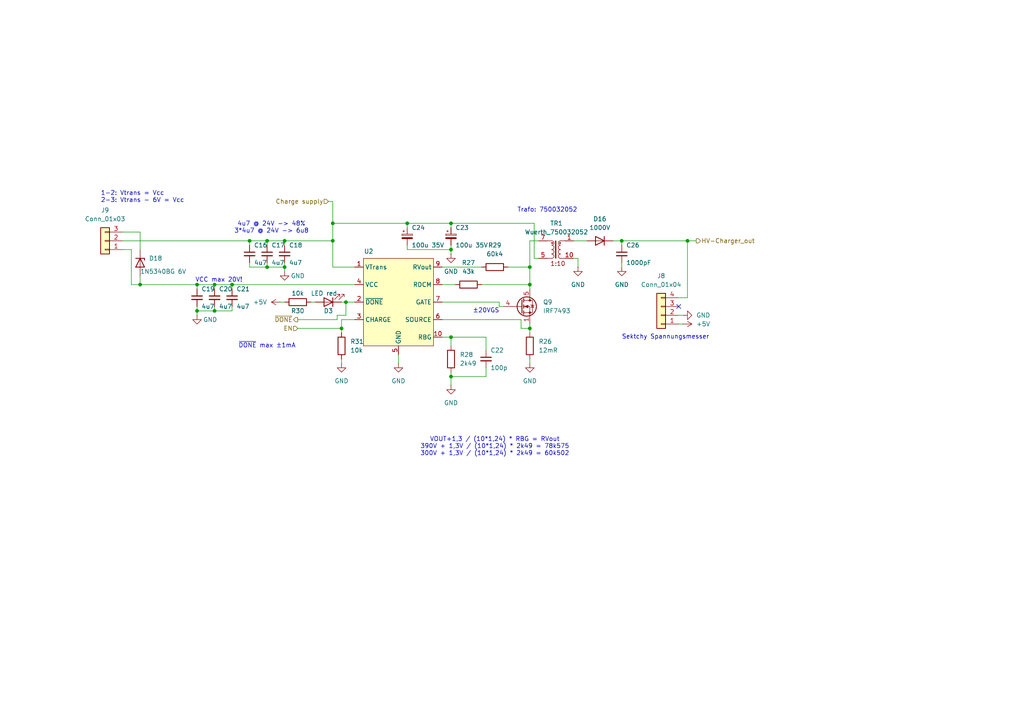
<source format=kicad_sch>
(kicad_sch (version 20250114) (generator "eeschema") (generator_version "9.0")
  (paper "A4")
  (lib_symbols
    (symbol "1_private_lib:LT3750A"
      (property "Reference" "U" (at -9.652 13.97 0))
      (symbol "LT3750A_1_1"
        (rectangle (start -10.16 12.7) (end 10.16 -12.7) (fill (type background)))
        (pin power_in line (at -12.7 10.16 0) (length 2.54) (name "VTrans") (number "1"))
        (pin power_in line (at -12.7 5.08 0) (length 2.54) (name "VCC") (number "4"))
        (pin passive line (at -12.7 0 0) (length 2.54) (name "~{DONE}") (number "2"))
        (pin input line (at -12.7 -5.08 0) (length 2.54) (name "CHARGE") (number "3"))
        (pin passive line (at 0 -15.24 90) (length 2.54) (name "GND") (number "5"))
        (pin passive line (at 12.7 10.16 180) (length 2.54) (name "RVout") (number "9"))
        (pin passive line (at 12.7 5.08 180) (length 2.54) (name "RDCM") (number "8"))
        (pin passive line (at 12.7 0 180) (length 2.54) (name "GATE") (number "7"))
        (pin passive line (at 12.7 -5.08 180) (length 2.54) (name "SOURCE") (number "6"))
        (pin passive line (at 12.7 -10.16 180) (length 2.54) (name "RBG") (number "10"))
      )
    )
    (symbol "1_private_lib:Wuerth_750032052"
      (property "Reference" "TR" (at 0 3.81 0))
      (property "Value" "Wuerth_750032052" (at 0 -11.43 0))
      (symbol "Wuerth_750032052_0_1"
        (polyline (pts (xy -2.54 2.54) (xy -1.27 2.54)))
        (polyline (pts (xy -2.54 -2.54) (xy -1.27 -2.54)))
        (arc (start -1.27 0) (mid -0.6377 -0.635) (end -1.27 -1.27))
        (arc (start -1.27 -1.27) (mid -0.6377 -1.905) (end -1.27 -2.54))
        (rectangle (start -0.254 2.54) (end 0 -2.54) (stroke (width 0.0254)) (fill (type outline)))
        (polyline (pts (xy 1.27 2.54) (xy 2.54 2.54)))
        (polyline (pts (xy 1.27 -2.54) (xy 2.54 -2.54)))
      )
      (symbol "Wuerth_750032052_1_1"
        (arc (start -1.27 2.54) (mid -0.6377 1.905) (end -1.27 1.27))
        (arc (start -1.27 1.27) (mid -0.6377 0.635) (end -1.27 0))
        (circle (center -1.143 1.905) (radius 0.127) (stroke (width 0.254)))
        (circle (center 1.143 1.905) (radius 0.127) (stroke (width 0.254)))
        (arc (start 1.27 1.27) (mid 0.6377 1.905) (end 1.27 2.54))
        (arc (start 1.27 0) (mid 0.6377 0.635) (end 1.27 1.27))
        (arc (start 1.27 -1.27) (mid 0.6377 -0.635) (end 1.27 0))
        (arc (start 1.27 -2.54) (mid 0.6377 -1.905) (end 1.27 -1.27))
        (text "1:10" (at 0.508 -4.064 0) (effects (font (size 1.27 1.27))))
        (pin passive line (at -5.08 2.54 0) (length 2.54) (hide yes) (name "~") (number "6"))
        (pin passive line (at -5.08 2.54 0) (length 2.54) (name "~") (number "7"))
        (pin passive line (at -5.08 -2.54 0) (length 2.54) (hide yes) (name "~") (number "4"))
        (pin passive line (at -5.08 -2.54 0) (length 2.54) (name "~") (number "5"))
        (pin passive line (at 5.08 2.54 180) (length 2.54) (name "~") (number "1"))
        (pin passive line (at 5.08 -2.54 180) (length 2.54) (name "~") (number "10"))
        (pin no_connect line (at 11.43 19.05 0) (length 2.54) (hide yes) (name "~") (number "2"))
        (pin no_connect line (at 11.43 16.51 0) (length 2.54) (hide yes) (name "~") (number "3"))
        (pin no_connect line (at 11.43 13.97 0) (length 2.54) (hide yes) (name "~") (number "8"))
        (pin no_connect line (at 11.43 11.43 0) (length 2.54) (hide yes) (name "~") (number "9"))
      )
    )
    (symbol "Connector_Generic:Conn_01x03" (pin_names (offset 1.016) (hide yes))
      (property "Reference" "J" (at 0 5.08 0))
      (property "Value" "Conn_01x03" (at 0 -5.08 0))
      (symbol "Conn_01x03_1_1"
        (rectangle (start -1.27 3.81) (end 1.27 -3.81) (stroke (width 0.254)) (fill (type background)))
        (rectangle (start -1.27 2.667) (end 0 2.413) (stroke (width 0.1524)))
        (rectangle (start -1.27 0.127) (end 0 -0.127) (stroke (width 0.1524)))
        (rectangle (start -1.27 -2.413) (end 0 -2.667) (stroke (width 0.1524)))
        (pin passive line (at -5.08 2.54 0) (length 3.81) (name "Pin_1") (number "1"))
        (pin passive line (at -5.08 0 0) (length 3.81) (name "Pin_2") (number "2"))
        (pin passive line (at -5.08 -2.54 0) (length 3.81) (name "Pin_3") (number "3"))
      )
    )
    (symbol "Connector_Generic:Conn_01x04" (pin_names (offset 1.016) (hide yes))
      (property "Reference" "J" (at 0 5.08 0))
      (property "Value" "Conn_01x04" (at 0 -7.62 0))
      (symbol "Conn_01x04_1_1"
        (rectangle (start -1.27 3.81) (end 1.27 -6.35) (stroke (width 0.254)) (fill (type background)))
        (rectangle (start -1.27 2.667) (end 0 2.413) (stroke (width 0.1524)))
        (rectangle (start -1.27 0.127) (end 0 -0.127) (stroke (width 0.1524)))
        (rectangle (start -1.27 -2.413) (end 0 -2.667) (stroke (width 0.1524)))
        (rectangle (start -1.27 -4.953) (end 0 -5.207) (stroke (width 0.1524)))
        (pin passive line (at -5.08 2.54 0) (length 3.81) (name "Pin_1") (number "1"))
        (pin passive line (at -5.08 0 0) (length 3.81) (name "Pin_2") (number "2"))
        (pin passive line (at -5.08 -2.54 0) (length 3.81) (name "Pin_3") (number "3"))
        (pin passive line (at -5.08 -5.08 0) (length 3.81) (name "Pin_4") (number "4"))
      )
    )
    (symbol "Device:C_Polarized_Small" (pin_numbers (hide yes)) (pin_names (offset 0.254) (hide yes))
      (property "Reference" "C" (at 0.254 1.778 0))
      (property "Value" "C_Polarized_Small" (at 0.254 -2.032 0))
      (symbol "C_Polarized_Small_0_1"
        (rectangle (start -1.524 0.6858) (end 1.524 0.3048))
        (rectangle (start -1.524 -0.3048) (end 1.524 -0.6858) (fill (type outline)))
        (polyline (pts (xy -1.27 1.524) (xy -0.762 1.524)))
        (polyline (pts (xy -1.016 1.27) (xy -1.016 1.778)))
      )
      (symbol "C_Polarized_Small_1_1"
        (pin passive line (at 0 2.54 270) (length 1.8542) (name "~") (number "1"))
        (pin passive line (at 0 -2.54 90) (length 1.8542) (name "~") (number "2"))
      )
    )
    (symbol "Device:C_Small" (pin_numbers (hide yes)) (pin_names (offset 0.254) (hide yes))
      (property "Reference" "C" (at 0.254 1.778 0))
      (property "Value" "C_Small" (at 0.254 -2.032 0))
      (symbol "C_Small_0_1"
        (polyline (pts (xy -1.524 0.508) (xy 1.524 0.508)) (stroke (width 0.3048)))
        (polyline (pts (xy -1.524 -0.508) (xy 1.524 -0.508)) (stroke (width 0.3302)))
      )
      (symbol "C_Small_1_1"
        (pin passive line (at 0 2.54 270) (length 2.032) (name "~") (number "1"))
        (pin passive line (at 0 -2.54 90) (length 2.032) (name "~") (number "2"))
      )
    )
    (symbol "Device:D" (pin_numbers (hide yes)) (pin_names (offset 1.016) (hide yes))
      (property "Reference" "D" (at 0 2.54 0))
      (property "Value" "D" (at 0 -2.54 0))
      (symbol "D_0_1"
        (polyline (pts (xy -1.27 1.27) (xy -1.27 -1.27)) (stroke (width 0.254)))
        (polyline (pts (xy 1.27 1.27) (xy 1.27 -1.27) (xy -1.27 0) (xy 1.27 1.27)) (stroke (width 0.254)))
        (polyline (pts (xy 1.27 0) (xy -1.27 0)))
      )
      (symbol "D_1_1"
        (pin passive line (at -3.81 0 0) (length 2.54) (name "K") (number "1"))
        (pin passive line (at 3.81 0 180) (length 2.54) (name "A") (number "2"))
      )
    )
    (symbol "Device:LED" (pin_numbers (hide yes)) (pin_names (offset 1.016) (hide yes))
      (property "Reference" "D" (at 0 2.54 0))
      (property "Value" "LED" (at 0 -2.54 0))
      (symbol "LED_0_1"
        (polyline (pts (xy -3.048 -0.762) (xy -4.572 -2.286) (xy -3.81 -2.286) (xy -4.572 -2.286) (xy -4.572 -1.524)))
        (polyline (pts (xy -1.778 -0.762) (xy -3.302 -2.286) (xy -2.54 -2.286) (xy -3.302 -2.286) (xy -3.302 -1.524)))
        (polyline (pts (xy -1.27 0) (xy 1.27 0)))
        (polyline (pts (xy -1.27 -1.27) (xy -1.27 1.27)) (stroke (width 0.254)))
        (polyline (pts (xy 1.27 -1.27) (xy 1.27 1.27) (xy -1.27 0) (xy 1.27 -1.27)) (stroke (width 0.254)))
      )
      (symbol "LED_1_1"
        (pin passive line (at -3.81 0 0) (length 2.54) (name "K") (number "1"))
        (pin passive line (at 3.81 0 180) (length 2.54) (name "A") (number "2"))
      )
    )
    (symbol "Device:R" (pin_numbers (hide yes)) (pin_names (offset 0))
      (property "Reference" "R" (at 2.032 0 90))
      (property "Value" "R" (at 0 0 90))
      (symbol "R_0_1"
        (rectangle (start -1.016 -2.54) (end 1.016 2.54) (stroke (width 0.254)))
      )
      (symbol "R_1_1"
        (pin passive line (at 0 3.81 270) (length 1.27) (name "~") (number "1"))
        (pin passive line (at 0 -3.81 90) (length 1.27) (name "~") (number "2"))
      )
    )
    (symbol "Diode:1N53xxB" (pin_numbers (hide yes)) (pin_names (hide yes))
      (property "Reference" "D" (at 0 2.54 0))
      (property "Value" "1N53xxB" (at 0 -2.54 0))
      (symbol "1N53xxB_0_1"
        (polyline (pts (xy -1.27 -1.27) (xy -1.27 1.27) (xy -0.762 1.27)) (stroke (width 0.254)))
        (polyline (pts (xy 1.27 0) (xy -1.27 0)))
        (polyline (pts (xy 1.27 -1.27) (xy 1.27 1.27) (xy -1.27 0) (xy 1.27 -1.27)) (stroke (width 0.254)))
      )
      (symbol "1N53xxB_1_1"
        (pin passive line (at -3.81 0 0) (length 2.54) (name "K") (number "1"))
        (pin passive line (at 3.81 0 180) (length 2.54) (name "A") (number "2"))
      )
    )
    (symbol "Transistor_FET:IRF7403" (pin_names (hide yes))
      (property "Reference" "Q" (at 5.08 1.905 0))
      (property "Value" "IRF7403" (at 5.08 0 0))
      (symbol "IRF7403_0_1"
        (polyline (pts (xy 0.254 1.905) (xy 0.254 -1.905)) (stroke (width 0.254)))
        (polyline (pts (xy 0.254 0) (xy -2.54 0)))
        (polyline (pts (xy 0.762 2.286) (xy 0.762 1.27)) (stroke (width 0.254)))
        (polyline (pts (xy 0.762 0.508) (xy 0.762 -0.508)) (stroke (width 0.254)))
        (polyline (pts (xy 0.762 -1.27) (xy 0.762 -2.286)) (stroke (width 0.254)))
        (polyline (pts (xy 0.762 -1.778) (xy 3.302 -1.778) (xy 3.302 1.778) (xy 0.762 1.778)))
        (polyline (pts (xy 1.016 0) (xy 2.032 0.381) (xy 2.032 -0.381) (xy 1.016 0)) (fill (type outline)))
        (circle (center 1.651 0) (radius 2.794) (stroke (width 0.254)))
        (polyline (pts (xy 2.54 2.54) (xy 2.54 1.778)))
        (circle (center 2.54 1.778) (radius 0.254) (fill (type outline)))
        (circle (center 2.54 -1.778) (radius 0.254) (fill (type outline)))
        (polyline (pts (xy 2.54 -2.54) (xy 2.54 0) (xy 0.762 0)))
        (polyline (pts (xy 2.794 0.508) (xy 2.921 0.381) (xy 3.683 0.381) (xy 3.81 0.254)))
        (polyline (pts (xy 3.302 0.381) (xy 2.921 -0.254) (xy 3.683 -0.254) (xy 3.302 0.381)))
      )
      (symbol "IRF7403_1_1"
        (pin input line (at -5.08 0 0) (length 2.54) (name "G") (number "4"))
        (pin passive line (at 2.54 5.08 270) (length 2.54) (name "D") (number "5"))
        (pin passive line (at 2.54 5.08 270) (length 2.54) (hide yes) (name "D") (number "6"))
        (pin passive line (at 2.54 5.08 270) (length 2.54) (hide yes) (name "D") (number "7"))
        (pin passive line (at 2.54 5.08 270) (length 2.54) (hide yes) (name "D") (number "8"))
        (pin passive line (at 2.54 -5.08 90) (length 2.54) (name "S") (number "1"))
        (pin passive line (at 2.54 -5.08 90) (length 2.54) (hide yes) (name "S") (number "2"))
        (pin passive line (at 2.54 -5.08 90) (length 2.54) (hide yes) (name "S") (number "3"))
      )
    )
    (symbol "power:+5V" (power) (pin_numbers (hide yes)) (pin_names (offset 0) (hide yes))
      (property "Value" "+5V" (at 0 3.556 0))
      (symbol "+5V_0_1"
        (polyline (pts (xy -0.762 1.27) (xy 0 2.54)))
        (polyline (pts (xy 0 2.54) (xy 0.762 1.27)))
        (polyline (pts (xy 0 0) (xy 0 2.54)))
      )
      (symbol "+5V_1_1"
        (pin power_in line (at 0 0 90) (length 0) (name "~") (number "1"))
      )
    )
    (symbol "power:GND" (power) (pin_numbers (hide yes)) (pin_names (offset 0) (hide yes))
      (property "Value" "GND" (at 0 -3.81 0))
      (symbol "GND_0_1"
        (polyline (pts (xy 0 0) (xy 0 -1.27) (xy 1.27 -1.27) (xy 0 -2.54) (xy -1.27 -1.27) (xy 0 -1.27)))
      )
      (symbol "GND_1_1"
        (pin power_in line (at 0 0 270) (length 0) (name "~") (number "1"))
      )
    )
  )
  (text "1-2: Vtrans = Vcc\n2-3: Vtrans - 6V = Vcc" (at 29.21 57.15 0) (effects (font (size 1.27 1.27)) (justify left)))
  (text "~{DONE} max ±1mA" (at 77.47 100.33 0) (effects (font (size 1.27 1.27))))
  (text "VCC max 20V!" (at 63.5 81.28 0) (effects (font (size 1.27 1.27))))
  (text "±20VGS" (at 140.97 90.17 0) (effects (font (size 1.27 1.27))))
  (text "VOUT+1,3 / (10*1,24) * RBG = RVout\n390V + 1,3V / (10*1,24) * 2k49 = 78k575\n300V + 1,3V / (10*1,24) * 2k49 = 60k502" (at 143.51 129.54 0) (effects (font (size 1.27 1.27))))
  (text "4u7 @ 24V -> 48%\n3*4u7 @ 24V -> 6u8" (at 78.74 66.04 0) (effects (font (size 1.27 1.27))))
  (text "Trafo: 750032052" (at 158.75 60.96 0) (effects (font (size 1.27 1.27))))
  (text "Sektchy Spannungsmesser" (at 193.04 97.79 0) (effects (font (size 1.27 1.27))))
  (junction (at 77.47 77.47))
  (junction (at 130.81 109.22))
  (junction (at 62.23 90.17))
  (junction (at 77.47 69.85))
  (junction (at 96.52 69.85))
  (junction (at 62.23 82.55))
  (junction (at 153.67 82.55))
  (junction (at 82.55 77.47))
  (junction (at 99.06 95.25))
  (junction (at 40.64 82.55))
  (junction (at 57.15 90.17))
  (junction (at 130.81 64.77))
  (junction (at 180.34 69.85))
  (junction (at 72.39 69.85))
  (junction (at 100.33 87.63))
  (junction (at 130.81 97.79))
  (junction (at 67.31 82.55))
  (junction (at 118.11 64.77))
  (junction (at 82.55 69.85))
  (junction (at 153.67 77.47))
  (junction (at 96.52 64.77))
  (junction (at 130.81 72.39))
  (junction (at 57.15 82.55))
  (junction (at 153.67 95.25))
  (junction (at 199.39 69.85))
  (no_connect (at 196.85 88.9))
  (wire (pts (xy 128.27 97.79) (xy 130.81 97.79)))
  (wire (pts (xy 67.31 88.9) (xy 67.31 90.17)))
  (wire (pts (xy 96.52 64.77) (xy 96.52 58.42)))
  (wire (pts (xy 146.05 88.9) (xy 144.78 88.9)))
  (wire (pts (xy 196.85 86.36) (xy 199.39 86.36)))
  (wire (pts (xy 40.64 80.01) (xy 40.64 82.55)))
  (wire (pts (xy 154.94 74.93) (xy 154.94 64.77)))
  (wire (pts (xy 153.67 69.85) (xy 156.21 69.85)))
  (wire (pts (xy 96.52 58.42) (xy 95.25 58.42)))
  (wire (pts (xy 82.55 77.47) (xy 77.47 77.47)))
  (wire (pts (xy 99.06 87.63) (xy 100.33 87.63)))
  (wire (pts (xy 99.06 104.14) (xy 99.06 105.41)))
  (wire (pts (xy 99.06 92.71) (xy 102.87 92.71)))
  (wire (pts (xy 115.57 102.87) (xy 115.57 105.41)))
  (wire (pts (xy 100.33 91.44) (xy 97.79 91.44)))
  (wire (pts (xy 196.85 91.44) (xy 198.12 91.44)))
  (wire (pts (xy 167.64 74.93) (xy 167.64 77.47)))
  (wire (pts (xy 118.11 71.12) (xy 118.11 72.39)))
  (wire (pts (xy 96.52 69.85) (xy 96.52 64.77)))
  (wire (pts (xy 67.31 82.55) (xy 102.87 82.55)))
  (wire (pts (xy 57.15 90.17) (xy 62.23 90.17)))
  (wire (pts (xy 96.52 77.47) (xy 102.87 77.47)))
  (wire (pts (xy 140.97 97.79) (xy 140.97 101.6)))
  (wire (pts (xy 57.15 90.17) (xy 57.15 91.44)))
  (wire (pts (xy 86.36 92.71) (xy 97.79 92.71)))
  (wire (pts (xy 62.23 82.55) (xy 67.31 82.55)))
  (wire (pts (xy 166.37 74.93) (xy 167.64 74.93)))
  (wire (pts (xy 139.7 82.55) (xy 153.67 82.55)))
  (wire (pts (xy 77.47 69.85) (xy 82.55 69.85)))
  (wire (pts (xy 96.52 64.77) (xy 118.11 64.77)))
  (wire (pts (xy 140.97 109.22) (xy 140.97 106.68)))
  (wire (pts (xy 100.33 87.63) (xy 102.87 87.63)))
  (wire (pts (xy 62.23 82.55) (xy 57.15 82.55)))
  (wire (pts (xy 128.27 82.55) (xy 132.08 82.55)))
  (wire (pts (xy 199.39 69.85) (xy 199.39 86.36)))
  (wire (pts (xy 82.55 76.2) (xy 82.55 77.47)))
  (wire (pts (xy 72.39 76.2) (xy 72.39 77.47)))
  (wire (pts (xy 82.55 78.74) (xy 82.55 77.47)))
  (wire (pts (xy 130.81 97.79) (xy 140.97 97.79)))
  (wire (pts (xy 90.17 87.63) (xy 91.44 87.63)))
  (wire (pts (xy 156.21 74.93) (xy 154.94 74.93)))
  (wire (pts (xy 128.27 77.47) (xy 139.7 77.47)))
  (wire (pts (xy 99.06 95.25) (xy 99.06 96.52)))
  (wire (pts (xy 166.37 69.85) (xy 170.18 69.85)))
  (wire (pts (xy 72.39 69.85) (xy 77.47 69.85)))
  (wire (pts (xy 99.06 92.71) (xy 99.06 95.25)))
  (wire (pts (xy 118.11 72.39) (xy 130.81 72.39)))
  (wire (pts (xy 130.81 109.22) (xy 140.97 109.22)))
  (wire (pts (xy 130.81 71.12) (xy 130.81 72.39)))
  (wire (pts (xy 57.15 88.9) (xy 57.15 90.17)))
  (wire (pts (xy 40.64 67.31) (xy 40.64 72.39)))
  (wire (pts (xy 180.34 69.85) (xy 180.34 71.12)))
  (wire (pts (xy 82.55 69.85) (xy 82.55 71.12)))
  (wire (pts (xy 35.56 67.31) (xy 40.64 67.31)))
  (wire (pts (xy 77.47 77.47) (xy 77.47 76.2)))
  (wire (pts (xy 180.34 76.2) (xy 180.34 77.47)))
  (wire (pts (xy 153.67 104.14) (xy 153.67 105.41)))
  (wire (pts (xy 151.13 92.71) (xy 151.13 95.25)))
  (wire (pts (xy 153.67 95.25) (xy 153.67 96.52)))
  (wire (pts (xy 151.13 95.25) (xy 153.67 95.25)))
  (wire (pts (xy 97.79 91.44) (xy 97.79 92.71)))
  (wire (pts (xy 199.39 69.85) (xy 201.93 69.85)))
  (wire (pts (xy 180.34 69.85) (xy 199.39 69.85)))
  (wire (pts (xy 62.23 90.17) (xy 67.31 90.17)))
  (wire (pts (xy 130.81 72.39) (xy 130.81 73.66)))
  (wire (pts (xy 77.47 77.47) (xy 72.39 77.47)))
  (wire (pts (xy 153.67 83.82) (xy 153.67 82.55)))
  (wire (pts (xy 38.1 72.39) (xy 38.1 82.55)))
  (wire (pts (xy 130.81 64.77) (xy 154.94 64.77)))
  (wire (pts (xy 100.33 87.63) (xy 100.33 91.44)))
  (wire (pts (xy 86.36 95.25) (xy 99.06 95.25)))
  (wire (pts (xy 67.31 82.55) (xy 67.31 83.82)))
  (wire (pts (xy 128.27 87.63) (xy 144.78 87.63)))
  (wire (pts (xy 57.15 82.55) (xy 57.15 83.82)))
  (wire (pts (xy 40.64 82.55) (xy 57.15 82.55)))
  (wire (pts (xy 196.85 93.98) (xy 198.12 93.98)))
  (wire (pts (xy 82.55 69.85) (xy 96.52 69.85)))
  (wire (pts (xy 128.27 92.71) (xy 151.13 92.71)))
  (wire (pts (xy 118.11 64.77) (xy 118.11 66.04)))
  (wire (pts (xy 177.8 69.85) (xy 180.34 69.85)))
  (wire (pts (xy 81.28 87.63) (xy 82.55 87.63)))
  (wire (pts (xy 144.78 88.9) (xy 144.78 87.63)))
  (wire (pts (xy 72.39 71.12) (xy 72.39 69.85)))
  (wire (pts (xy 130.81 107.95) (xy 130.81 109.22)))
  (wire (pts (xy 130.81 64.77) (xy 118.11 64.77)))
  (wire (pts (xy 38.1 82.55) (xy 40.64 82.55)))
  (wire (pts (xy 153.67 77.47) (xy 153.67 82.55)))
  (wire (pts (xy 153.67 95.25) (xy 153.67 93.98)))
  (wire (pts (xy 153.67 69.85) (xy 153.67 77.47)))
  (wire (pts (xy 62.23 82.55) (xy 62.23 83.82)))
  (wire (pts (xy 35.56 72.39) (xy 38.1 72.39)))
  (wire (pts (xy 77.47 69.85) (xy 77.47 71.12)))
  (wire (pts (xy 96.52 69.85) (xy 96.52 77.47)))
  (wire (pts (xy 130.81 109.22) (xy 130.81 111.76)))
  (wire (pts (xy 147.32 77.47) (xy 153.67 77.47)))
  (wire (pts (xy 130.81 64.77) (xy 130.81 66.04)))
  (wire (pts (xy 130.81 97.79) (xy 130.81 100.33)))
  (wire (pts (xy 35.56 69.85) (xy 72.39 69.85)))
  (wire (pts (xy 62.23 88.9) (xy 62.23 90.17)))
  (hierarchical_label "~{DONE}" (shape output) (at 86.36 92.71 180))
  (hierarchical_label "Charge supply" (shape input) (at 95.25 58.42 180))
  (hierarchical_label "HV-Charger_out" (shape output) (at 201.93 69.85 0))
  (hierarchical_label "EN" (shape input) (at 86.36 95.25 180))
  (symbol (lib_id "power:GND") (at 130.81 111.76 0) (unit 1)
    (property "Reference" "#PWR047" (effects (hide yes)))
    (property "Value" "GND" (at 130.81 116.84 0))
    (property "Description" "Power symbol creates a global label with name \"GND\" , ground" (effects (hide yes)))
  )
  (symbol (lib_id "power:GND") (at 82.55 78.74 0) (unit 1)
    (property "Reference" "#PWR052" (effects (hide yes)))
    (property "Value" "GND" (at 86.36 80.01 0))
    (property "Description" "Power symbol creates a global label with name \"GND\" , ground" (effects (hide yes)))
  )
  (symbol (lib_id "power:GND") (at 198.12 91.44 90) (unit 1)
    (property "Reference" "#PWR054" (effects (hide yes)))
    (property "Value" "GND" (at 201.93 91.4399 90) (effects (justify right)))
    (property "Description" "Power symbol creates a global label with name \"GND\" , ground" (effects (hide yes)))
  )
  (symbol (lib_id "Device:D") (at 173.99 69.85 180) (unit 1)
    (property "Reference" "D16" (at 173.99 63.5 0))
    (property "Value" "1000V" (at 173.99 66.04 0))
    (property "Footprint" "Diode_SMD:D_SMB_Handsoldering" (effects (hide yes)))
    (property "Description" "Diode" (effects (hide yes)))
    (property "Sim.Device" "D" (effects (hide yes)))
    (property "Sim.Pins" "1=K 2=A" (effects (hide yes)))
    (property "MPN" "US2M_HF" (effects (hide yes)))
  )
  (symbol (lib_id "Device:C_Small") (at 62.23 86.36 0) (unit 1)
    (property "Reference" "C20" (at 63.5 83.82 0) (effects (justify left)))
    (property "Value" "4u7" (at 63.5 88.9 0) (effects (justify left)))
    (property "Footprint" "Capacitor_SMD:C_1206_3216Metric_Pad1.33x1.80mm_HandSolder" (effects (hide yes)))
    (property "Description" "Unpolarized capacitor, small symbol" (effects (hide yes)))
    (property "MPN" "CL31B475KBHNNNE" (effects (hide yes)))
    (property "Voltage" "50V" (effects (hide yes)))
  )
  (symbol (lib_id "Device:R") (at 86.36 87.63 90) (unit 1)
    (property "Reference" "R30" (at 86.36 90.17 90))
    (property "Value" "10k" (at 86.36 85.09 90))
    (property "Footprint" "Resistor_SMD:R_0805_2012Metric_Pad1.20x1.40mm_HandSolder" (effects (hide yes)))
    (property "Description" "Resistor" (effects (hide yes)))
    (property "MPN" "RC0805FR-0710KL" (effects (hide yes)))
  )
  (symbol (lib_id "power:GND") (at 167.64 77.47 0) (unit 1)
    (property "Reference" "#PWR048" (effects (hide yes)))
    (property "Value" "GND" (at 167.64 82.55 0))
    (property "Description" "Power symbol creates a global label with name \"GND\" , ground" (effects (hide yes)))
  )
  (symbol (lib_id "power:GND") (at 99.06 105.41 0) (unit 1)
    (property "Reference" "#PWR051" (effects (hide yes)))
    (property "Value" "GND" (at 99.06 110.49 0))
    (property "Description" "Power symbol creates a global label with name \"GND\" , ground" (effects (hide yes)))
  )
  (symbol (lib_id "Device:R") (at 130.81 104.14 0) (unit 1)
    (property "Reference" "R28" (at 133.35 102.8699 0) (effects (justify left)))
    (property "Value" "2k49" (at 133.35 105.4099 0) (effects (justify left)))
    (property "Footprint" "Resistor_SMD:R_0603_1608Metric_Pad0.98x0.95mm_HandSolder" (effects (hide yes)))
    (property "Description" "Resistor" (effects (hide yes)))
    (property "MPN" "RC0603FR-132K49L" (effects (hide yes)))
  )
  (symbol (lib_id "Device:C_Polarized_Small") (at 130.81 68.58 0) (unit 1)
    (property "Reference" "C23" (at 132.08 66.04 0) (effects (justify left)))
    (property "Value" "100u 35V" (at 132.08 71.12 0) (effects (justify left)))
    (property "Footprint" "Capacitor_THT:CP_Radial_D6.3mm_P2.50mm" (effects (hide yes)))
    (property "Description" "Polarized capacitor, small symbol" (effects (hide yes)))
    (property "MPN" "35ZLH100MEFC6.3X11" (effects (hide yes)))
  )
  (symbol (lib_id "Connector_Generic:Conn_01x04") (at 191.77 91.44 180) (unit 1)
    (property "Reference" "J8" (at 191.77 80.01 0))
    (property "Value" "Conn_01x04" (at 191.77 82.55 0))
    (property "Footprint" "Connector_PinHeader_2.54mm:PinHeader_1x04_P2.54mm_Vertical" (effects (hide yes)))
    (property "Description" "Generic connector, single row, 01x04, script generated (kicad-library-utils/schlib/autogen/connector/)" (effects (hide yes)))
  )
  (symbol (lib_id "Device:C_Small") (at 67.31 86.36 0) (unit 1)
    (property "Reference" "C21" (at 68.58 83.82 0) (effects (justify left)))
    (property "Value" "4u7" (at 68.58 88.9 0) (effects (justify left)))
    (property "Footprint" "Capacitor_SMD:C_1206_3216Metric_Pad1.33x1.80mm_HandSolder" (effects (hide yes)))
    (property "Description" "Unpolarized capacitor, small symbol" (effects (hide yes)))
    (property "MPN" "CL31B475KBHNNNE" (effects (hide yes)))
    (property "Voltage" "50V" (effects (hide yes)))
  )
  (symbol (lib_id "1_private_lib:Wuerth_750032052") (at 161.29 72.39 0) (unit 1)
    (property "Reference" "TR1" (at 161.3879 64.77 0))
    (property "Value" "Wuerth_750032052" (at 161.3879 67.31 0))
    (property "Footprint" "00_Library:T_Wurth_WE-FB3751-EFD20" (effects (hide yes)))
    (property "Datasheet" "https://www.we-online.com/components/products/datasheet/750032052.pdf" (effects (hide yes)))
    (property "Description" "Primary 3-24V 300kHz, Dual Secondary 300V-150m Flyback Transformer, PCB" (effects (hide yes)))
    (property "MPN" "750032052" (effects (hide yes)))
  )
  (symbol (lib_id "Connector_Generic:Conn_01x03") (at 30.48 69.85 180) (unit 1)
    (property "Reference" "J9" (at 30.48 60.96 0))
    (property "Value" "Conn_01x03" (at 30.48 63.5 0))
    (property "Footprint" "Connector_PinHeader_2.54mm:PinHeader_1x03_P2.54mm_Vertical" (effects (hide yes)))
    (property "Description" "Generic connector, single row, 01x03, script generated (kicad-library-utils/schlib/autogen/connector/)" (effects (hide yes)))
  )
  (symbol (lib_id "Device:R") (at 153.67 100.33 0) (unit 1)
    (property "Reference" "R26" (at 156.21 99.0599 0) (effects (justify left)))
    (property "Value" "12mR" (at 156.21 101.5999 0) (effects (justify left)))
    (property "Footprint" "Resistor_SMD:R_1206_3216Metric_Pad1.30x1.75mm_HandSolder" (effects (hide yes)))
    (property "Description" "Resistor" (effects (hide yes)))
    (property "MPN" "PA1206FRE7W0R012Z" (effects (hide yes)))
  )
  (symbol (lib_id "Device:C_Small") (at 140.97 104.14 0) (unit 1)
    (property "Reference" "C22" (at 142.24 101.6 0) (effects (justify left)))
    (property "Value" "100p" (at 142.24 106.68 0) (effects (justify left)))
    (property "Footprint" "Capacitor_SMD:C_0603_1608Metric_Pad1.08x0.95mm_HandSolder" (effects (hide yes)))
    (property "Description" "Unpolarized capacitor, small symbol" (effects (hide yes)))
    (property "MPN" "C0603C101J5GACTU" (effects (hide yes)))
    (property "Voltage" "50V" (effects (hide yes)))
  )
  (symbol (lib_id "power:GND") (at 130.81 73.66 0) (unit 1)
    (property "Reference" "#PWR049" (effects (hide yes)))
    (property "Value" "GND" (at 130.81 78.74 0))
    (property "Description" "Power symbol creates a global label with name \"GND\" , ground" (effects (hide yes)))
  )
  (symbol (lib_id "power:GND") (at 153.67 105.41 0) (unit 1)
    (property "Reference" "#PWR046" (effects (hide yes)))
    (property "Value" "GND" (at 153.67 110.49 0))
    (property "Description" "Power symbol creates a global label with name \"GND\" , ground" (effects (hide yes)))
  )
  (symbol (lib_id "Diode:1N53xxB") (at 40.64 76.2 270) (unit 1)
    (property "Reference" "D18" (at 43.18 74.9299 90) (effects (justify left)))
    (property "Value" "1N5340BG 6V" (at 40.64 78.74 90) (effects (justify left)))
    (property "Footprint" "Diode_THT:D_DO-201_P15.24mm_Horizontal" (effects (hide yes)))
    (property "Datasheet" "https://diotec.com/tl_files/diotec/files/pdf/datasheets/1n5345b.pdf" (effects (hide yes)))
    (property "Description" "5000mW Zener Diode, DO-201" (effects (hide yes)))
    (property "MPN" "1N5340BG" (effects (hide yes)))
  )
  (symbol (lib_id "Device:R") (at 99.06 100.33 0) (unit 1)
    (property "Reference" "R31" (at 101.6 99.0599 0) (effects (justify left)))
    (property "Value" "10k" (at 101.6 101.5999 0) (effects (justify left)))
    (property "Footprint" "Resistor_SMD:R_0805_2012Metric_Pad1.20x1.40mm_HandSolder" (effects (hide yes)))
    (property "Description" "Resistor" (effects (hide yes)))
    (property "MPN" "RC0805FR-0710KL" (effects (hide yes)))
  )
  (symbol (lib_id "Device:C_Polarized_Small") (at 118.11 68.58 0) (unit 1)
    (property "Reference" "C24" (at 119.38 66.04 0) (effects (justify left)))
    (property "Value" "100u 35V" (at 119.38 71.12 0) (effects (justify left)))
    (property "Footprint" "Capacitor_THT:CP_Radial_D6.3mm_P2.50mm" (effects (hide yes)))
    (property "Description" "Polarized capacitor, small symbol" (effects (hide yes)))
    (property "MPN" "35ZLH100MEFC6.3X11" (effects (hide yes)))
  )
  (symbol (lib_id "power:+5V") (at 198.12 93.98 270) (unit 1)
    (property "Reference" "#PWR055" (effects (hide yes)))
    (property "Value" "+5V" (at 201.93 93.9799 90) (effects (justify left)))
    (property "Description" "Power symbol creates a global label with name \"+5V\"" (effects (hide yes)))
  )
  (symbol (lib_id "power:GND") (at 115.57 105.41 0) (unit 1)
    (property "Reference" "#PWR045" (effects (hide yes)))
    (property "Value" "GND" (at 115.57 110.49 0))
    (property "Description" "Power symbol creates a global label with name \"GND\" , ground" (effects (hide yes)))
  )
  (symbol (lib_id "Device:C_Small") (at 180.34 73.66 0) (unit 1)
    (property "Reference" "C26" (at 181.61 71.12 0) (effects (justify left)))
    (property "Value" "1000pF" (at 181.61 76.2 0) (effects (justify left)))
    (property "Footprint" "Capacitor_SMD:C_1206_3216Metric_Pad1.33x1.80mm_HandSolder" (effects (hide yes)))
    (property "Description" "Unpolarized capacitor, small symbol" (effects (hide yes)))
    (property "MPN" "885342208018" (effects (hide yes)))
    (property "Voltage" "1000V" (effects (hide yes)))
  )
  (symbol (lib_id "Device:R") (at 143.51 77.47 90) (unit 1)
    (property "Reference" "R29" (at 143.51 71.12 90))
    (property "Value" "60k4" (at 143.51 73.66 90))
    (property "Footprint" "Resistor_SMD:R_0603_1608Metric_Pad0.98x0.95mm_HandSolder" (effects (hide yes)))
    (property "Description" "Resistor" (effects (hide yes)))
    (property "MPN" "RC0603FR-0760K4L" (effects (hide yes)))
  )
  (symbol (lib_id "power:+5V") (at 81.28 87.63 90) (unit 1)
    (property "Reference" "#PWR065" (effects (hide yes)))
    (property "Value" "+5V" (at 77.47 87.6299 90) (effects (justify left)))
    (property "Description" "Power symbol creates a global label with name \"+5V\"" (effects (hide yes)))
  )
  (symbol (lib_id "1_private_lib:LT3750A") (at 115.57 87.63 0) (unit 1)
    (property "Reference" "U2" (at 106.934 72.898 0))
    (property "Footprint" "Package_SO:MSOP-10_3x3mm_P0.5mm" (effects (hide yes)))
    (property "Datasheet" "https://www.analog.com/media/en/technical-documentation/data-sheets/lt3750a.pdf" (effects (hide yes)))
    (property "MPN" "LT3750AEMS#TRPBF" (effects (hide yes)))
  )
  (symbol (lib_id "Device:C_Small") (at 77.47 73.66 0) (unit 1)
    (property "Reference" "C17" (at 78.74 71.12 0) (effects (justify left)))
    (property "Value" "4u7" (at 78.74 76.2 0) (effects (justify left)))
    (property "Footprint" "Capacitor_SMD:C_1206_3216Metric_Pad1.33x1.80mm_HandSolder" (effects (hide yes)))
    (property "Description" "Unpolarized capacitor, small symbol" (effects (hide yes)))
    (property "MPN" "CL31B475KBHNNNE" (effects (hide yes)))
    (property "Voltage" "50V" (effects (hide yes)))
  )
  (symbol (lib_id "power:GND") (at 180.34 77.47 0) (unit 1)
    (property "Reference" "#PWR067" (effects (hide yes)))
    (property "Value" "GND" (at 180.34 82.55 0))
    (property "Description" "Power symbol creates a global label with name \"GND\" , ground" (effects (hide yes)))
  )
  (symbol (lib_id "power:GND") (at 57.15 91.44 0) (unit 1)
    (property "Reference" "#PWR050" (effects (hide yes)))
    (property "Value" "GND" (at 60.96 92.71 0))
    (property "Description" "Power symbol creates a global label with name \"GND\" , ground" (effects (hide yes)))
  )
  (symbol (lib_id "Transistor_FET:IRF7403") (at 151.13 88.9 0) (unit 1)
    (property "Reference" "Q9" (at 157.48 87.6299 0) (effects (justify left)))
    (property "Value" "IRF7493" (at 157.48 90.1699 0) (effects (justify left)))
    (property "Footprint" "Package_SO:SOIC-8_3.9x4.9mm_P1.27mm" (effects (hide yes)))
    (property "Datasheet" "https://www.infineon.com/dgdl/irf7403pbf.pdf?fileId=5546d462533600a4015355fa23541b9c" (effects (hide yes)))
    (property "Description" "9.7A Id, 30V Vds, N-Channel HEXFET Power MOSFET, SO-8" (effects (hide yes)))
    (property "MPN" "IRF7493" (effects (hide yes)))
  )
  (symbol (lib_id "Device:LED") (at 95.25 87.63 180) (unit 1)
    (property "Reference" "D3" (at 95.25 90.17 0))
    (property "Value" "LED red" (at 93.98 85.09 0))
    (property "Footprint" "LED_THT:LED_D5.0mm" (effects (hide yes)))
    (property "Description" "Light emitting diode" (effects (hide yes)))
    (property "Sim.Pins" "1=K 2=A" (effects (hide yes)))
    (property "MPN" "151051RS11000" (effects (hide yes)))
  )
  (symbol (lib_id "Device:C_Small") (at 57.15 86.36 0) (unit 1)
    (property "Reference" "C19" (at 58.42 83.82 0) (effects (justify left)))
    (property "Value" "4u7" (at 58.42 88.9 0) (effects (justify left)))
    (property "Footprint" "Capacitor_SMD:C_1206_3216Metric_Pad1.33x1.80mm_HandSolder" (effects (hide yes)))
    (property "Description" "Unpolarized capacitor, small symbol" (effects (hide yes)))
    (property "MPN" "CL31B475KBHNNNE" (effects (hide yes)))
    (property "Voltage" "50V" (effects (hide yes)))
  )
  (symbol (lib_id "Device:C_Small") (at 72.39 73.66 0) (unit 1)
    (property "Reference" "C16" (at 73.66 71.12 0) (effects (justify left)))
    (property "Value" "4u7" (at 73.66 76.2 0) (effects (justify left)))
    (property "Footprint" "Capacitor_SMD:C_1206_3216Metric_Pad1.33x1.80mm_HandSolder" (effects (hide yes)))
    (property "Description" "Unpolarized capacitor, small symbol" (effects (hide yes)))
    (property "MPN" "CL31B475KBHNNNE" (effects (hide yes)))
    (property "Voltage" "50V" (effects (hide yes)))
  )
  (symbol (lib_id "Device:C_Small") (at 82.55 73.66 0) (unit 1)
    (property "Reference" "C18" (at 83.82 71.12 0) (effects (justify left)))
    (property "Value" "4u7" (at 83.82 76.2 0) (effects (justify left)))
    (property "Footprint" "Capacitor_SMD:C_1206_3216Metric_Pad1.33x1.80mm_HandSolder" (effects (hide yes)))
    (property "Description" "Unpolarized capacitor, small symbol" (effects (hide yes)))
    (property "MPN" "CL31B475KBHNNNE" (effects (hide yes)))
    (property "Voltage" "50V" (effects (hide yes)))
  )
  (symbol (lib_id "Device:R") (at 135.89 82.55 90) (unit 1)
    (property "Reference" "R27" (at 135.89 76.2 90))
    (property "Value" "43k" (at 135.89 78.74 90))
    (property "Footprint" "Resistor_SMD:R_0603_1608Metric_Pad0.98x0.95mm_HandSolder" (effects (hide yes)))
    (property "Description" "Resistor" (effects (hide yes)))
    (property "MPN" "RC0603FR-0743KL" (effects (hide yes)))
  )
)
</source>
